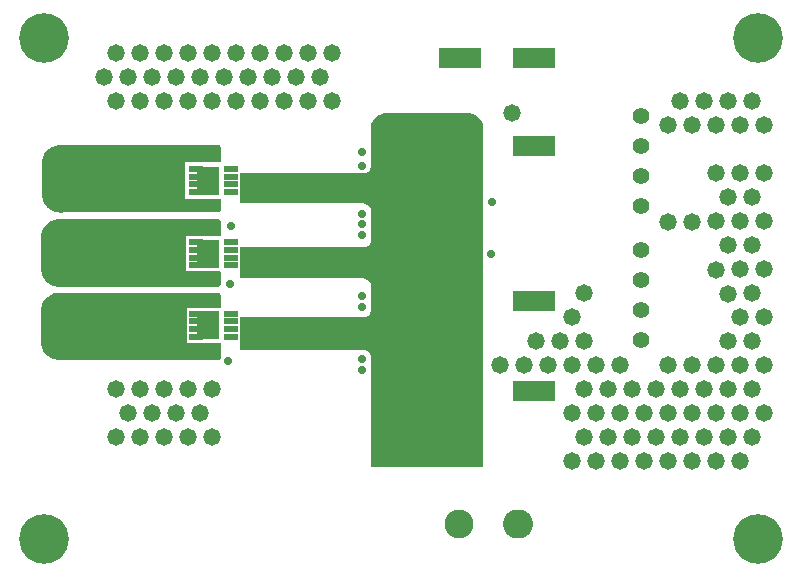
<source format=gts>
G04*
G04 #@! TF.GenerationSoftware,Altium Limited,Altium Designer,20.0.12 (288)*
G04*
G04 Layer_Color=8388736*
%FSLAX25Y25*%
%MOIN*%
G70*
G01*
G75*
%ADD15R,0.14186X0.07099*%
%ADD16R,0.04698X0.02395*%
%ADD17R,0.07591X0.09599*%
%ADD18C,0.05524*%
%ADD19C,0.16548*%
%ADD20O,0.10052X0.09658*%
%ADD21C,0.09658*%
%ADD22C,0.12611*%
%ADD23C,0.05800*%
%ADD24C,0.02800*%
G36*
X286959Y307808D02*
X287868Y307431D01*
X288687Y306884D01*
X289384Y306187D01*
X289931Y305368D01*
X290308Y304458D01*
X290500Y303492D01*
X290500Y303000D01*
X290500Y226500D01*
Y190000D01*
X253000D01*
Y226750D01*
X253000Y226750D01*
D01*
X252952Y227238D01*
X252578Y228139D01*
X251889Y228829D01*
X250988Y229202D01*
X250500Y229250D01*
X226750Y229250D01*
X209500D01*
Y240000D01*
X250500D01*
X250988Y240048D01*
X251889Y240421D01*
X252579Y241111D01*
X252952Y242012D01*
X253000Y242500D01*
X253000Y242500D01*
X253000Y250500D01*
X253000Y250500D01*
X253000Y250500D01*
X252952Y250988D01*
X252579Y251889D01*
X251889Y252579D01*
X250988Y252952D01*
X250500Y253000D01*
X250500Y253000D01*
X209500Y253000D01*
Y263500D01*
X251000D01*
X251390Y263538D01*
X252111Y263837D01*
X252663Y264389D01*
X252962Y265110D01*
X253000Y265500D01*
Y275500D01*
X253000Y275500D01*
X253000Y275500D01*
X252952Y275988D01*
X252579Y276889D01*
X251889Y277579D01*
X250988Y277952D01*
X250500Y278000D01*
X250500Y278000D01*
X209500Y278000D01*
Y288000D01*
X250500D01*
X250988Y288048D01*
X251889Y288421D01*
X252579Y289111D01*
X252952Y290012D01*
X253000Y290500D01*
X253000Y290500D01*
X253000Y303000D01*
X253000Y303000D01*
X253000Y303492D01*
X253192Y304458D01*
X253569Y305368D01*
X254116Y306187D01*
X254813Y306884D01*
X255631Y307431D01*
X256541Y307808D01*
X257507Y308000D01*
X258000Y308000D01*
X285500Y308000D01*
Y308000D01*
X285993Y308000D01*
X286959Y307808D01*
D02*
G37*
G36*
X202567Y297348D02*
X202848Y297066D01*
X203000Y296699D01*
Y296500D01*
X203000Y291919D01*
X191000Y291919D01*
X191000Y279500D01*
X203000Y279500D01*
X203000Y276000D01*
Y275801D01*
X202848Y275433D01*
X202567Y275152D01*
X202199Y275000D01*
X149500D01*
X148909Y275000D01*
X147750Y275231D01*
X146658Y275683D01*
X145675Y276339D01*
X144840Y277175D01*
X144183Y278158D01*
X143731Y279250D01*
X143500Y280409D01*
X143500Y281000D01*
X143500Y281000D01*
Y291500D01*
Y292091D01*
X143731Y293250D01*
X144183Y294342D01*
X144839Y295324D01*
X145675Y296160D01*
X146658Y296817D01*
X147750Y297269D01*
X148909Y297500D01*
X149500Y297500D01*
X149500Y297500D01*
X202199D01*
X202567Y297348D01*
D02*
G37*
G36*
X202278Y272709D02*
X202640Y272476D01*
X202736Y272337D01*
X202931Y271911D01*
X202931Y271910D01*
X202931Y271910D01*
X202931Y271910D01*
X202931Y267354D01*
X202578Y267000D01*
X191500D01*
Y255394D01*
X202578D01*
X202931Y255041D01*
X202931Y251205D01*
X202899Y250981D01*
X202668Y250592D01*
X202306Y250321D01*
X202129Y250275D01*
X201643Y250241D01*
Y250241D01*
X149143D01*
X148552Y250241D01*
X147393Y250472D01*
X146301Y250924D01*
X145318Y251581D01*
X144483Y252416D01*
X143826Y253399D01*
X143374Y254491D01*
X143143Y255650D01*
X143143Y256241D01*
X143143Y256241D01*
Y266741D01*
X143143Y267332D01*
X143374Y268491D01*
X143826Y269583D01*
X144483Y270566D01*
X145318Y271402D01*
X146301Y272058D01*
X147393Y272510D01*
X148552Y272741D01*
X149143Y272741D01*
X149143Y272741D01*
X201643Y272741D01*
X201854Y272787D01*
X202278Y272709D01*
D02*
G37*
G36*
X202552Y248121D02*
X202775Y247899D01*
X202775Y247898D01*
X202895Y247451D01*
Y247451D01*
X202895Y247451D01*
X202895Y247451D01*
Y243211D01*
X191529D01*
Y231500D01*
X202895D01*
X202895Y226609D01*
X202900Y226447D01*
X202784Y226145D01*
X202562Y225910D01*
X202550Y225905D01*
X202105Y225774D01*
Y225774D01*
X149143Y225741D01*
X148552Y225741D01*
X147393Y225972D01*
X146301Y226424D01*
X145318Y227080D01*
X144483Y227916D01*
X143826Y228899D01*
X143374Y229991D01*
X143143Y231150D01*
X143143Y231741D01*
X143143Y231741D01*
Y242832D01*
X143374Y243991D01*
X143826Y245083D01*
X144483Y246066D01*
X145318Y246901D01*
X146301Y247558D01*
X147393Y248010D01*
X148552Y248241D01*
X149143Y248241D01*
X149143Y248241D01*
X202105Y248241D01*
X202262Y248241D01*
X202552Y248121D01*
D02*
G37*
D15*
X282795Y215500D02*
D03*
X307205D02*
D03*
X282795Y245500D02*
D03*
X307205D02*
D03*
X282795Y297000D02*
D03*
X307205D02*
D03*
X282795Y326500D02*
D03*
X307205D02*
D03*
D16*
X194748Y241295D02*
D03*
Y238697D02*
D03*
Y233500D02*
D03*
Y236098D02*
D03*
X206500Y241295D02*
D03*
Y238697D02*
D03*
Y233500D02*
D03*
Y236098D02*
D03*
X194748Y265098D02*
D03*
Y262500D02*
D03*
Y257303D02*
D03*
Y259902D02*
D03*
X206500Y265098D02*
D03*
Y262500D02*
D03*
Y257303D02*
D03*
Y259902D02*
D03*
X194748Y289500D02*
D03*
Y286901D02*
D03*
Y281705D02*
D03*
Y284303D02*
D03*
X206500Y289500D02*
D03*
Y286901D02*
D03*
Y281705D02*
D03*
Y284303D02*
D03*
D17*
X198655Y237398D02*
D03*
Y261201D02*
D03*
Y285602D02*
D03*
D18*
X343000Y242500D02*
D03*
Y232500D02*
D03*
Y252500D02*
D03*
Y262500D02*
D03*
Y287000D02*
D03*
Y277000D02*
D03*
Y297000D02*
D03*
Y307000D02*
D03*
D19*
X382000Y166000D02*
D03*
Y333000D02*
D03*
X144000D02*
D03*
Y166000D02*
D03*
D20*
X302185Y171000D02*
D03*
D21*
X282500D02*
D03*
D22*
X149705Y281185D02*
D03*
Y261500D02*
D03*
Y241815D02*
D03*
D23*
X376000Y256000D02*
D03*
X372000Y200000D02*
D03*
X352000Y208000D02*
D03*
X380000Y200000D02*
D03*
X384000Y272000D02*
D03*
X324000Y216000D02*
D03*
X360000Y224000D02*
D03*
X316000Y232000D02*
D03*
X312000Y224000D02*
D03*
X376000Y304000D02*
D03*
X384000Y224000D02*
D03*
X380000Y280000D02*
D03*
X376000Y272000D02*
D03*
X356000Y200000D02*
D03*
X332000D02*
D03*
X344000Y192000D02*
D03*
X372000Y264000D02*
D03*
X344000Y208000D02*
D03*
X308000Y232000D02*
D03*
X320000Y240000D02*
D03*
X356000Y312000D02*
D03*
X296000Y224000D02*
D03*
X372000Y216000D02*
D03*
X360000Y208000D02*
D03*
X368000Y224000D02*
D03*
X348000Y200000D02*
D03*
X324000D02*
D03*
X340000Y216000D02*
D03*
X376000Y224000D02*
D03*
X380000Y216000D02*
D03*
X352000Y224000D02*
D03*
X364000Y216000D02*
D03*
X320000Y224000D02*
D03*
X364000Y312000D02*
D03*
X368000Y288000D02*
D03*
X324000Y232000D02*
D03*
X372000D02*
D03*
Y280000D02*
D03*
X384000Y288000D02*
D03*
X348000Y216000D02*
D03*
X336000Y208000D02*
D03*
X384000Y304000D02*
D03*
Y240000D02*
D03*
X336000Y224000D02*
D03*
X328000D02*
D03*
X380000Y232000D02*
D03*
X376000Y192000D02*
D03*
X368040Y255832D02*
D03*
X360000Y192000D02*
D03*
X380000Y312000D02*
D03*
X328000Y192000D02*
D03*
X304000Y224000D02*
D03*
X352040Y271832D02*
D03*
X380000Y264000D02*
D03*
X376000Y208000D02*
D03*
X364000Y200000D02*
D03*
X324000Y248000D02*
D03*
X384000Y256000D02*
D03*
X360000Y304000D02*
D03*
X320000Y192000D02*
D03*
X368000Y304000D02*
D03*
Y192000D02*
D03*
X372000Y312000D02*
D03*
X376000Y288000D02*
D03*
X352000Y192000D02*
D03*
X368000Y272000D02*
D03*
X340000Y200000D02*
D03*
X328000Y208000D02*
D03*
X372040Y247832D02*
D03*
X376000Y240000D02*
D03*
X356000Y216000D02*
D03*
X360040Y271832D02*
D03*
X336000Y192000D02*
D03*
X332000Y216000D02*
D03*
X384000Y208000D02*
D03*
X380000Y248000D02*
D03*
X352000Y304000D02*
D03*
X320000Y208000D02*
D03*
X368000D02*
D03*
X240000Y328000D02*
D03*
Y312000D02*
D03*
X232000Y328000D02*
D03*
X236000Y320000D02*
D03*
X232000Y312000D02*
D03*
X224000Y328000D02*
D03*
X228000Y320000D02*
D03*
X224000Y312000D02*
D03*
X216000Y328000D02*
D03*
X220000Y320000D02*
D03*
X216000Y312000D02*
D03*
X208000Y328000D02*
D03*
X212000Y320000D02*
D03*
X208000Y312000D02*
D03*
X200000Y328000D02*
D03*
X204000Y320000D02*
D03*
X200000Y312000D02*
D03*
X192000Y328000D02*
D03*
X196000Y320000D02*
D03*
X192000Y312000D02*
D03*
X184000Y328000D02*
D03*
X188000Y320000D02*
D03*
X184000Y312000D02*
D03*
X176000Y328000D02*
D03*
X180000Y320000D02*
D03*
X176000Y312000D02*
D03*
X168000Y328000D02*
D03*
X172000Y320000D02*
D03*
X168000Y312000D02*
D03*
X164000Y320000D02*
D03*
X200000Y216000D02*
D03*
Y200000D02*
D03*
X192000Y216000D02*
D03*
X196000Y208000D02*
D03*
X192000Y200000D02*
D03*
X184000Y216000D02*
D03*
X188000Y208000D02*
D03*
X184000Y200000D02*
D03*
X176000Y216000D02*
D03*
X180000Y208000D02*
D03*
X176000Y200000D02*
D03*
X168000Y216000D02*
D03*
X172000Y208000D02*
D03*
X168000Y200000D02*
D03*
X300000Y308000D02*
D03*
D24*
X206500Y270500D02*
D03*
X205500Y225500D02*
D03*
X250000Y226000D02*
D03*
Y222500D02*
D03*
X206000Y251000D02*
D03*
X250000Y247000D02*
D03*
X293000Y261000D02*
D03*
X293389Y278598D02*
D03*
X250000Y290500D02*
D03*
Y243500D02*
D03*
Y271000D02*
D03*
Y267500D02*
D03*
Y274500D02*
D03*
Y295000D02*
D03*
M02*

</source>
